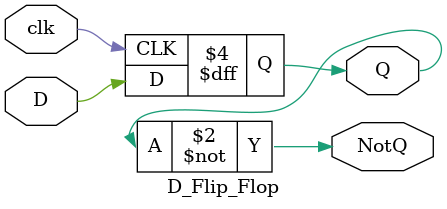
<source format=v>

module D_Flip_Flop(

    input D,
    input clk,
    output reg Q = 0,
    output NotQ 
    
);

    always @(posedge clk)
        Q <= D;

    assign NotQ = ~Q;

endmodule




  

</source>
